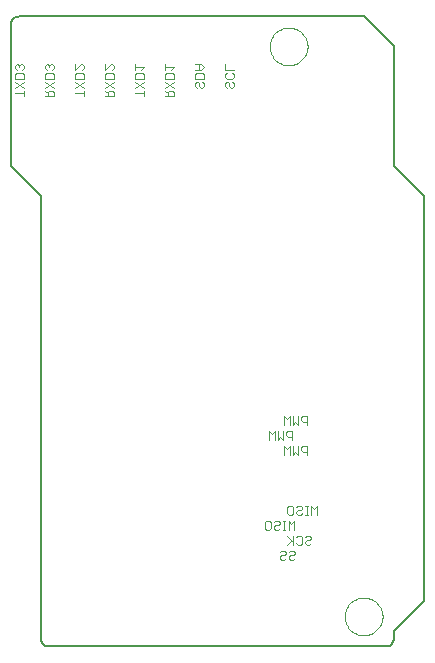
<source format=gbo>
G75*
G70*
%OFA0B0*%
%FSLAX24Y24*%
%IPPOS*%
%LPD*%
%AMOC8*
5,1,8,0,0,1.08239X$1,22.5*
%
%ADD10C,0.0030*%
%ADD11C,0.0050*%
%ADD12C,0.0000*%
D10*
X009211Y004438D02*
X009211Y004632D01*
X009260Y004680D01*
X009356Y004680D01*
X009405Y004632D01*
X009405Y004438D01*
X009356Y004390D01*
X009260Y004390D01*
X009211Y004438D01*
X009506Y004438D02*
X009554Y004390D01*
X009651Y004390D01*
X009699Y004438D01*
X009651Y004535D02*
X009699Y004583D01*
X009699Y004632D01*
X009651Y004680D01*
X009554Y004680D01*
X009506Y004632D01*
X009554Y004535D02*
X009506Y004487D01*
X009506Y004438D01*
X009554Y004535D02*
X009651Y004535D01*
X009799Y004390D02*
X009896Y004390D01*
X009847Y004390D02*
X009847Y004680D01*
X009799Y004680D02*
X009896Y004680D01*
X009997Y004680D02*
X009997Y004390D01*
X010190Y004390D02*
X010190Y004680D01*
X010094Y004583D01*
X009997Y004680D01*
X010010Y004890D02*
X009961Y004938D01*
X009961Y005132D01*
X010010Y005180D01*
X010106Y005180D01*
X010155Y005132D01*
X010155Y004938D01*
X010106Y004890D01*
X010010Y004890D01*
X010256Y004938D02*
X010304Y004890D01*
X010401Y004890D01*
X010449Y004938D01*
X010401Y005035D02*
X010304Y005035D01*
X010256Y004987D01*
X010256Y004938D01*
X010401Y005035D02*
X010449Y005083D01*
X010449Y005132D01*
X010401Y005180D01*
X010304Y005180D01*
X010256Y005132D01*
X010549Y005180D02*
X010646Y005180D01*
X010597Y005180D02*
X010597Y004890D01*
X010549Y004890D02*
X010646Y004890D01*
X010747Y004890D02*
X010747Y005180D01*
X010844Y005083D01*
X010940Y005180D01*
X010940Y004890D01*
X010696Y004180D02*
X010599Y004180D01*
X010550Y004132D01*
X010449Y004132D02*
X010449Y003938D01*
X010401Y003890D01*
X010304Y003890D01*
X010256Y003938D01*
X010155Y003890D02*
X010155Y004180D01*
X010256Y004132D02*
X010304Y004180D01*
X010401Y004180D01*
X010449Y004132D01*
X010550Y003987D02*
X010550Y003938D01*
X010599Y003890D01*
X010696Y003890D01*
X010744Y003938D01*
X010696Y004035D02*
X010599Y004035D01*
X010550Y003987D01*
X010696Y004035D02*
X010744Y004083D01*
X010744Y004132D01*
X010696Y004180D01*
X010155Y003987D02*
X009961Y004180D01*
X010106Y004035D02*
X009961Y003890D01*
X010054Y003680D02*
X010151Y003680D01*
X010199Y003632D01*
X010199Y003583D01*
X010151Y003535D01*
X010054Y003535D01*
X010006Y003487D01*
X010006Y003438D01*
X010054Y003390D01*
X010151Y003390D01*
X010199Y003438D01*
X010006Y003632D02*
X010054Y003680D01*
X009905Y003632D02*
X009905Y003583D01*
X009856Y003535D01*
X009760Y003535D01*
X009711Y003487D01*
X009711Y003438D01*
X009760Y003390D01*
X009856Y003390D01*
X009905Y003438D01*
X009905Y003632D02*
X009856Y003680D01*
X009760Y003680D01*
X009711Y003632D01*
X009836Y006890D02*
X009836Y007180D01*
X009933Y007083D01*
X010030Y007180D01*
X010030Y006890D01*
X010131Y006890D02*
X010228Y006987D01*
X010324Y006890D01*
X010324Y007180D01*
X010425Y007132D02*
X010425Y007035D01*
X010474Y006987D01*
X010619Y006987D01*
X010619Y006890D02*
X010619Y007180D01*
X010474Y007180D01*
X010425Y007132D01*
X010131Y007180D02*
X010131Y006890D01*
X010119Y007390D02*
X010119Y007680D01*
X009974Y007680D01*
X009925Y007632D01*
X009925Y007535D01*
X009974Y007487D01*
X010119Y007487D01*
X009824Y007390D02*
X009728Y007487D01*
X009631Y007390D01*
X009631Y007680D01*
X009530Y007680D02*
X009433Y007583D01*
X009336Y007680D01*
X009336Y007390D01*
X009530Y007390D02*
X009530Y007680D01*
X009824Y007680D02*
X009824Y007390D01*
X009836Y007890D02*
X009836Y008180D01*
X009933Y008083D01*
X010030Y008180D01*
X010030Y007890D01*
X010131Y007890D02*
X010131Y008180D01*
X010324Y008180D02*
X010324Y007890D01*
X010228Y007987D01*
X010131Y007890D01*
X010425Y008035D02*
X010474Y007987D01*
X010619Y007987D01*
X010619Y007890D02*
X010619Y008180D01*
X010474Y008180D01*
X010425Y008132D01*
X010425Y008035D01*
X006173Y018836D02*
X005883Y018836D01*
X005979Y018836D02*
X005979Y018982D01*
X006028Y019030D01*
X006124Y019030D01*
X006173Y018982D01*
X006173Y018836D01*
X006173Y019131D02*
X005883Y019325D01*
X005883Y019426D02*
X005883Y019571D01*
X005931Y019619D01*
X006124Y019619D01*
X006173Y019571D01*
X006173Y019426D01*
X005883Y019426D01*
X005883Y019131D02*
X006173Y019325D01*
X006076Y019720D02*
X006173Y019817D01*
X005883Y019817D01*
X005883Y019720D02*
X005883Y019914D01*
X005173Y019817D02*
X004883Y019817D01*
X004883Y019720D02*
X004883Y019914D01*
X005076Y019720D02*
X005173Y019817D01*
X005124Y019619D02*
X005173Y019571D01*
X005173Y019426D01*
X004883Y019426D01*
X004883Y019571D01*
X004931Y019619D01*
X005124Y019619D01*
X005173Y019325D02*
X004883Y019131D01*
X004883Y019325D02*
X005173Y019131D01*
X005173Y019030D02*
X005173Y018836D01*
X005173Y018933D02*
X004883Y018933D01*
X004173Y018982D02*
X004124Y019030D01*
X004028Y019030D01*
X003979Y018982D01*
X003979Y018836D01*
X003883Y018836D02*
X004173Y018836D01*
X004173Y018982D01*
X004173Y019131D02*
X003883Y019325D01*
X003883Y019426D02*
X003883Y019571D01*
X003931Y019619D01*
X004124Y019619D01*
X004173Y019571D01*
X004173Y019426D01*
X003883Y019426D01*
X003883Y019131D02*
X004173Y019325D01*
X004124Y019720D02*
X004173Y019769D01*
X004173Y019865D01*
X004124Y019914D01*
X004076Y019914D01*
X003883Y019720D01*
X003883Y019914D01*
X003173Y019865D02*
X003173Y019769D01*
X003124Y019720D01*
X003124Y019619D02*
X002931Y019619D01*
X002883Y019571D01*
X002883Y019426D01*
X003173Y019426D01*
X003173Y019571D01*
X003124Y019619D01*
X003173Y019865D02*
X003124Y019914D01*
X003076Y019914D01*
X002883Y019720D01*
X002883Y019914D01*
X002883Y019325D02*
X003173Y019131D01*
X003173Y019030D02*
X003173Y018836D01*
X003173Y018933D02*
X002883Y018933D01*
X002883Y019131D02*
X003173Y019325D01*
X003883Y019030D02*
X003979Y018933D01*
X002173Y018982D02*
X002124Y019030D01*
X002028Y019030D01*
X001979Y018982D01*
X001979Y018836D01*
X001883Y018836D02*
X002173Y018836D01*
X002173Y018982D01*
X002173Y019131D02*
X001883Y019325D01*
X001883Y019426D02*
X001883Y019571D01*
X001931Y019619D01*
X002124Y019619D01*
X002173Y019571D01*
X002173Y019426D01*
X001883Y019426D01*
X001883Y019131D02*
X002173Y019325D01*
X002124Y019720D02*
X002173Y019769D01*
X002173Y019865D01*
X002124Y019914D01*
X002076Y019914D01*
X002028Y019865D01*
X001979Y019914D01*
X001931Y019914D01*
X001883Y019865D01*
X001883Y019769D01*
X001931Y019720D01*
X002028Y019817D02*
X002028Y019865D01*
X001883Y019030D02*
X001979Y018933D01*
X001173Y018933D02*
X000883Y018933D01*
X000883Y019131D02*
X001173Y019325D01*
X001173Y019426D02*
X001173Y019571D01*
X001124Y019619D01*
X000931Y019619D01*
X000883Y019571D01*
X000883Y019426D01*
X001173Y019426D01*
X001173Y019131D02*
X000883Y019325D01*
X000931Y019720D02*
X000883Y019769D01*
X000883Y019865D01*
X000931Y019914D01*
X000979Y019914D01*
X001028Y019865D01*
X001028Y019817D01*
X001028Y019865D02*
X001076Y019914D01*
X001124Y019914D01*
X001173Y019865D01*
X001173Y019769D01*
X001124Y019720D01*
X001173Y019030D02*
X001173Y018836D01*
X005883Y019030D02*
X005979Y018933D01*
X006883Y019179D02*
X006931Y019131D01*
X006883Y019179D02*
X006883Y019276D01*
X006931Y019325D01*
X006979Y019325D01*
X007028Y019276D01*
X007028Y019179D01*
X007076Y019131D01*
X007124Y019131D01*
X007173Y019179D01*
X007173Y019276D01*
X007124Y019325D01*
X007173Y019426D02*
X007173Y019571D01*
X007124Y019619D01*
X006931Y019619D01*
X006883Y019571D01*
X006883Y019426D01*
X007173Y019426D01*
X007076Y019720D02*
X006883Y019720D01*
X007028Y019720D02*
X007028Y019914D01*
X007076Y019914D02*
X006883Y019914D01*
X007076Y019914D02*
X007173Y019817D01*
X007076Y019720D01*
X007883Y019720D02*
X007883Y019914D01*
X007883Y019720D02*
X008173Y019720D01*
X008124Y019619D02*
X008173Y019571D01*
X008173Y019474D01*
X008124Y019426D01*
X007931Y019426D01*
X007883Y019474D01*
X007883Y019571D01*
X007931Y019619D01*
X007931Y019325D02*
X007883Y019276D01*
X007883Y019179D01*
X007931Y019131D01*
X008028Y019179D02*
X008028Y019276D01*
X007979Y019325D01*
X007931Y019325D01*
X008028Y019179D02*
X008076Y019131D01*
X008124Y019131D01*
X008173Y019179D01*
X008173Y019276D01*
X008124Y019325D01*
D11*
X001750Y015500D02*
X001750Y000750D01*
X001752Y000720D01*
X001757Y000690D01*
X001766Y000661D01*
X001779Y000634D01*
X001794Y000608D01*
X001813Y000584D01*
X001834Y000563D01*
X001858Y000544D01*
X001884Y000529D01*
X001911Y000516D01*
X001940Y000507D01*
X001970Y000502D01*
X002000Y000500D01*
X013250Y000500D01*
X013280Y000502D01*
X013310Y000507D01*
X013339Y000516D01*
X013366Y000529D01*
X013392Y000544D01*
X013416Y000563D01*
X013437Y000584D01*
X013456Y000608D01*
X013471Y000634D01*
X013484Y000661D01*
X013493Y000690D01*
X013498Y000720D01*
X013500Y000750D01*
X013500Y001000D01*
X014500Y002000D01*
X014500Y015500D01*
X013500Y016500D01*
X013500Y020500D01*
X012500Y021500D01*
X001000Y021500D01*
X000970Y021498D01*
X000940Y021493D01*
X000911Y021484D01*
X000884Y021471D01*
X000858Y021456D01*
X000834Y021437D01*
X000813Y021416D01*
X000794Y021392D01*
X000779Y021366D01*
X000766Y021339D01*
X000757Y021310D01*
X000752Y021280D01*
X000750Y021250D01*
X000750Y016500D01*
X001750Y015500D01*
D12*
X009370Y020500D02*
X009372Y020550D01*
X009378Y020600D01*
X009388Y020649D01*
X009402Y020697D01*
X009419Y020744D01*
X009440Y020789D01*
X009465Y020833D01*
X009493Y020874D01*
X009525Y020913D01*
X009559Y020950D01*
X009596Y020984D01*
X009636Y021014D01*
X009678Y021041D01*
X009722Y021065D01*
X009768Y021086D01*
X009815Y021102D01*
X009863Y021115D01*
X009913Y021124D01*
X009962Y021129D01*
X010013Y021130D01*
X010063Y021127D01*
X010112Y021120D01*
X010161Y021109D01*
X010209Y021094D01*
X010255Y021076D01*
X010300Y021054D01*
X010343Y021028D01*
X010384Y020999D01*
X010423Y020967D01*
X010459Y020932D01*
X010491Y020894D01*
X010521Y020854D01*
X010548Y020811D01*
X010571Y020767D01*
X010590Y020721D01*
X010606Y020673D01*
X010618Y020624D01*
X010626Y020575D01*
X010630Y020525D01*
X010630Y020475D01*
X010626Y020425D01*
X010618Y020376D01*
X010606Y020327D01*
X010590Y020279D01*
X010571Y020233D01*
X010548Y020189D01*
X010521Y020146D01*
X010491Y020106D01*
X010459Y020068D01*
X010423Y020033D01*
X010384Y020001D01*
X010343Y019972D01*
X010300Y019946D01*
X010255Y019924D01*
X010209Y019906D01*
X010161Y019891D01*
X010112Y019880D01*
X010063Y019873D01*
X010013Y019870D01*
X009962Y019871D01*
X009913Y019876D01*
X009863Y019885D01*
X009815Y019898D01*
X009768Y019914D01*
X009722Y019935D01*
X009678Y019959D01*
X009636Y019986D01*
X009596Y020016D01*
X009559Y020050D01*
X009525Y020087D01*
X009493Y020126D01*
X009465Y020167D01*
X009440Y020211D01*
X009419Y020256D01*
X009402Y020303D01*
X009388Y020351D01*
X009378Y020400D01*
X009372Y020450D01*
X009370Y020500D01*
X011870Y001500D02*
X011872Y001550D01*
X011878Y001600D01*
X011888Y001649D01*
X011902Y001697D01*
X011919Y001744D01*
X011940Y001789D01*
X011965Y001833D01*
X011993Y001874D01*
X012025Y001913D01*
X012059Y001950D01*
X012096Y001984D01*
X012136Y002014D01*
X012178Y002041D01*
X012222Y002065D01*
X012268Y002086D01*
X012315Y002102D01*
X012363Y002115D01*
X012413Y002124D01*
X012462Y002129D01*
X012513Y002130D01*
X012563Y002127D01*
X012612Y002120D01*
X012661Y002109D01*
X012709Y002094D01*
X012755Y002076D01*
X012800Y002054D01*
X012843Y002028D01*
X012884Y001999D01*
X012923Y001967D01*
X012959Y001932D01*
X012991Y001894D01*
X013021Y001854D01*
X013048Y001811D01*
X013071Y001767D01*
X013090Y001721D01*
X013106Y001673D01*
X013118Y001624D01*
X013126Y001575D01*
X013130Y001525D01*
X013130Y001475D01*
X013126Y001425D01*
X013118Y001376D01*
X013106Y001327D01*
X013090Y001279D01*
X013071Y001233D01*
X013048Y001189D01*
X013021Y001146D01*
X012991Y001106D01*
X012959Y001068D01*
X012923Y001033D01*
X012884Y001001D01*
X012843Y000972D01*
X012800Y000946D01*
X012755Y000924D01*
X012709Y000906D01*
X012661Y000891D01*
X012612Y000880D01*
X012563Y000873D01*
X012513Y000870D01*
X012462Y000871D01*
X012413Y000876D01*
X012363Y000885D01*
X012315Y000898D01*
X012268Y000914D01*
X012222Y000935D01*
X012178Y000959D01*
X012136Y000986D01*
X012096Y001016D01*
X012059Y001050D01*
X012025Y001087D01*
X011993Y001126D01*
X011965Y001167D01*
X011940Y001211D01*
X011919Y001256D01*
X011902Y001303D01*
X011888Y001351D01*
X011878Y001400D01*
X011872Y001450D01*
X011870Y001500D01*
M02*

</source>
